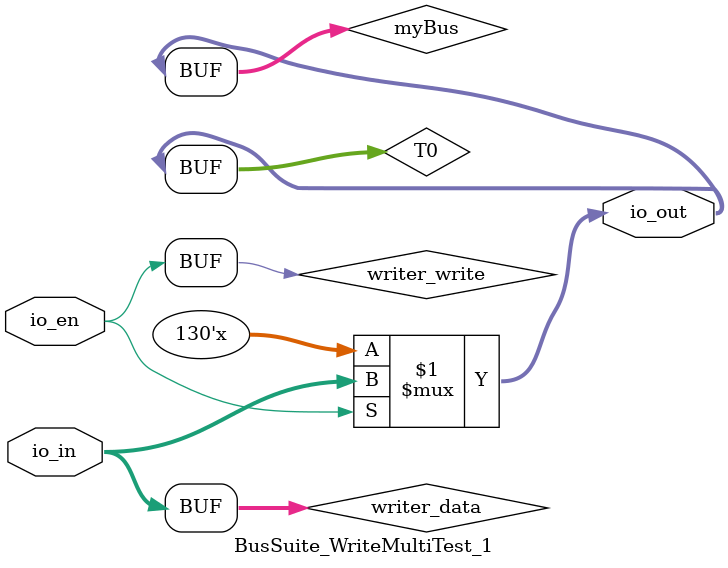
<source format=v>
module BusSuite_WriteMultiTest_1(
    input [129:0] io_in,
    input  io_en,
    output[129:0] io_out
);

  wire[129:0] T0;
  wire[129:0] myBus;
  wire[129:0] writer_data;
  wire writer_write;


  assign io_out = T0;
  assign T0 = myBus;
  assign myBus = (writer_write) ? writer_data : 130'bzzzzzzzzzzzzzzzzzzzzzzzzzzzzzzzzzzzzzzzzzzzzzzzzzzzzzzzzzzzzzzzzzzzzzzzzzzzzzzzzzzzzzzzzzzzzzzzzzzzzzzzzzzzzzzzzzzzzzzzzzzzzzzzzzz;
  assign writer_data = io_in;
  assign writer_write = io_en;
endmodule


</source>
